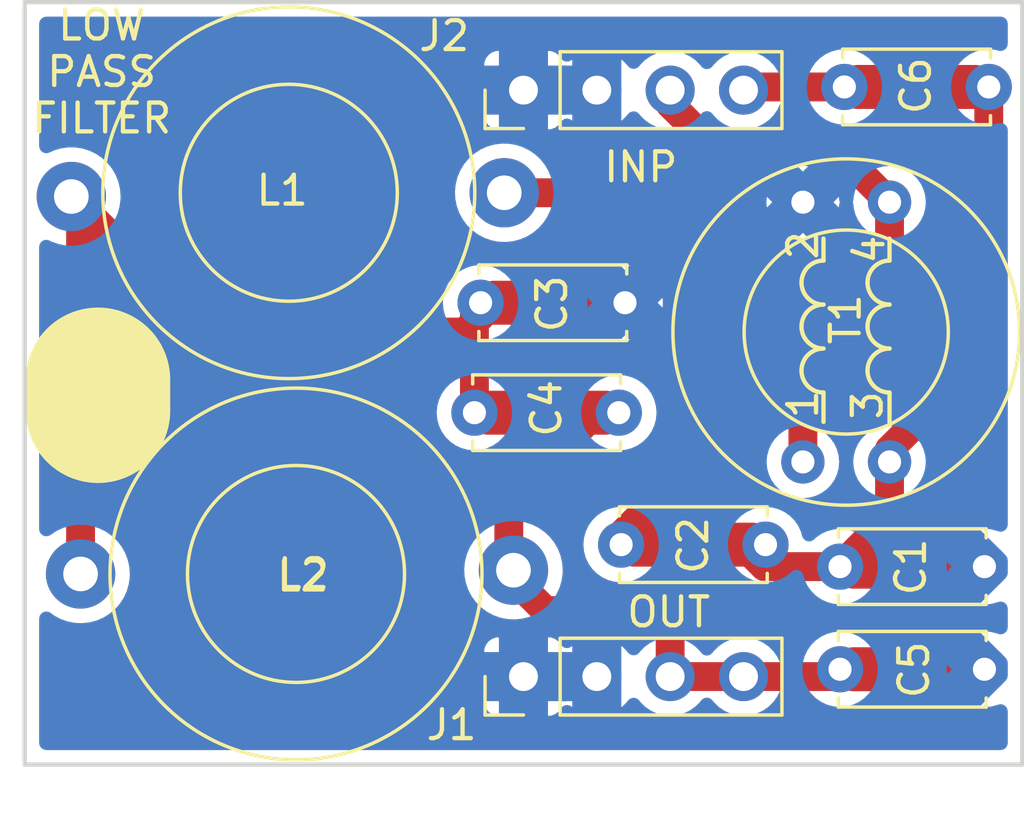
<source format=kicad_pcb>
(kicad_pcb (version 20211014) (generator pcbnew)
  (layers (0 "F.Cu" signal) (31 "B.Cu" signal) (34 "B.Paste" user) (35 "F.Paste" user) (36 "B.SilkS" user "B.Silkscreen") (37 "F.SilkS" user "F.Silkscreen") (38 "B.Mask" user) (39 "F.Mask" user) (44 "Edge.Cuts" user))
  (net 0 "")
  (net 1 "GND")
  (net 2 "Net-(C6-Pad2)")
  (net 3 "Net-(J2-Pad3)")
  (net 4 "Net-(C2-Pad1)")
  (net 5 "Net-(C2-Pad2)")
  (net 6 "Net-(L2-Pad1)")
  (net 7 "Net-(L2-Pad2)")
  (footprint "LowPassFilter:C_Disc_D5.0mm_W2.5mm_P5.00mm_Dual" (layer "F.Cu") (at 148.55 107.95 180)
    (fp_text reference "C1" (at 2.55 -0.01 90) (layer "F.SilkS"))
    (fp_text value "C1")
    (fp_line (start -0.06 0.996) (end -0.06 1.31) (layer "F.SilkS") (width 0.12))
    (fp_line (start 5.06 0.996) (end 5.06 1.31) (layer "F.SilkS") (width 0.12))
    (fp_line (start -0.06 -1.31) (end -0.06 -0.996) (layer "F.SilkS") (width 0.12))
    (fp_line (start 5.06 -1.31) (end 5.06 -0.996) (layer "F.SilkS") (width 0.12))
    (fp_line (start -0.06 -1.31) (end 5.06 -1.31) (layer "F.SilkS") (width 0.12))
    (fp_line (start -0.06 1.31) (end 5.06 1.31) (layer "F.SilkS") (width 0.12))
    (pad "1" smd roundrect (at 0.8 0 180) (size 1.524 1.524) (layers "F.Cu" "F.Paste" "F.Mask") (net 1 "GND"))
    (pad "1" thru_hole circle (at 0 0 180) (size 1.6 1.6) (drill 0.8) (layers *.Cu *.Mask) (net 1 "GND"))
    (pad "2" thru_hole circle (at 5 0 180) (size 1.6 1.6) (drill 0.8) (layers *.Cu *.Mask) (net 4 "Net-(C2-Pad1)"))
    (pad "2" smd roundrect (at 4.2 0 180) (size 1.524 1.524) (layers "F.Cu" "F.Paste" "F.Mask") (net 4 "Net-(C2-Pad1)"))
  )
  (footprint "LowPassFilter:C_Disc_D5.0mm_W2.5mm_P5.00mm_Dual" (layer "F.Cu") (at 140.97 107.188 180)
    (fp_text reference "C2" (at 2.51 -0.03 90) (layer "F.SilkS"))
    (fp_text value "C2")
    (fp_line (start -0.06 1.31) (end 5.06 1.31) (layer "F.SilkS") (width 0.12))
    (fp_line (start 5.06 0.996) (end 5.06 1.31) (layer "F.SilkS") (width 0.12))
    (fp_line (start -0.06 -1.31) (end 5.06 -1.31) (layer "F.SilkS") (width 0.12))
    (fp_line (start 5.06 -1.31) (end 5.06 -0.996) (layer "F.SilkS") (width 0.12))
    (fp_line (start -0.06 0.996) (end -0.06 1.31) (layer "F.SilkS") (width 0.12))
    (fp_line (start -0.06 -1.31) (end -0.06 -0.996) (layer "F.SilkS") (width 0.12))
    (pad "1" smd roundrect (at 0.8 0 180) (size 1.524 1.524) (layers "F.Cu" "F.Paste" "F.Mask") (net 4 "Net-(C2-Pad1)"))
    (pad "1" thru_hole circle (at 0 0 180) (size 1.6 1.6) (drill 0.8) (layers *.Cu *.Mask) (net 4 "Net-(C2-Pad1)"))
    (pad "2" smd roundrect (at 4.2 0 180) (size 1.524 1.524) (layers "F.Cu" "F.Paste" "F.Mask") (net 5 "Net-(C2-Pad2)"))
    (pad "2" thru_hole circle (at 5 0 180) (size 1.6 1.6) (drill 0.8) (layers *.Cu *.Mask) (net 5 "Net-(C2-Pad2)"))
  )
  (footprint "LowPassFilter:C_Disc_D5.0mm_W2.5mm_P5.00mm_Dual" (layer "F.Cu") (at 131.104 98.806)
    (fp_text reference "C3" (at 2.47 0.04 90) (layer "F.SilkS"))
    (fp_text value "C3")
    (fp_line (start -0.06 -1.31) (end 5.06 -1.31) (layer "F.SilkS") (width 0.12))
    (fp_line (start 5.06 -1.31) (end 5.06 -0.996) (layer "F.SilkS") (width 0.12))
    (fp_line (start -0.06 -1.31) (end -0.06 -0.996) (layer "F.SilkS") (width 0.12))
    (fp_line (start -0.06 0.996) (end -0.06 1.31) (layer "F.SilkS") (width 0.12))
    (fp_line (start -0.06 1.31) (end 5.06 1.31) (layer "F.SilkS") (width 0.12))
    (fp_line (start 5.06 0.996) (end 5.06 1.31) (layer "F.SilkS") (width 0.12))
    (pad "1" smd roundrect (at 0.8 0) (size 1.524 1.524) (layers "F.Cu" "F.Paste" "F.Mask") (net 6 "Net-(L2-Pad1)"))
    (pad "1" thru_hole circle (at 0 0) (size 1.6 1.6) (drill 0.8) (layers *.Cu *.Mask) (net 6 "Net-(L2-Pad1)"))
    (pad "2" thru_hole circle (at 5 0) (size 1.6 1.6) (drill 0.8) (layers *.Cu *.Mask) (net 1 "GND"))
    (pad "2" smd roundrect (at 4.2 0) (size 1.524 1.524) (layers "F.Cu" "F.Paste" "F.Mask") (net 1 "GND"))
  )
  (footprint "LowPassFilter:C_Disc_D5.0mm_W2.5mm_P5.00mm_Dual" (layer "F.Cu") (at 135.89 102.616 180)
    (fp_text reference "C4" (at 2.51 0.15 90) (layer "F.SilkS"))
    (fp_text value "C4")
    (fp_line (start -0.06 -1.31) (end 5.06 -1.31) (layer "F.SilkS") (width 0.12))
    (fp_line (start -0.06 1.31) (end 5.06 1.31) (layer "F.SilkS") (width 0.12))
    (fp_line (start -0.06 0.996) (end -0.06 1.31) (layer "F.SilkS") (width 0.12))
    (fp_line (start -0.06 -1.31) (end -0.06 -0.996) (layer "F.SilkS") (width 0.12))
    (fp_line (start 5.06 -1.31) (end 5.06 -0.996) (layer "F.SilkS") (width 0.12))
    (fp_line (start 5.06 0.996) (end 5.06 1.31) (layer "F.SilkS") (width 0.12))
    (pad "1" smd roundrect (at 0.8 0 180) (size 1.524 1.524) (layers "F.Cu" "F.Paste" "F.Mask") (net 7 "Net-(L2-Pad2)"))
    (pad "1" thru_hole circle (at 0 0 180) (size 1.6 1.6) (drill 0.8) (layers *.Cu *.Mask) (net 7 "Net-(L2-Pad2)"))
    (pad "2" thru_hole circle (at 5 0 180) (size 1.6 1.6) (drill 0.8) (layers *.Cu *.Mask) (net 6 "Net-(L2-Pad1)"))
    (pad "2" smd roundrect (at 4.2 0 180) (size 1.524 1.524) (layers "F.Cu" "F.Paste" "F.Mask") (net 6 "Net-(L2-Pad1)"))
  )
  (footprint "LowPassFilter:C_Disc_D5.0mm_W2.5mm_P5.00mm_Dual" (layer "F.Cu") (at 143.55 111.506)
    (fp_text reference "C5" (at 2.56 0.02 90) (layer "F.SilkS"))
    (fp_text value "C5")
    (fp_line (start -0.06 -1.31) (end -0.06 -0.996) (layer "F.SilkS") (width 0.12))
    (fp_line (start -0.06 0.996) (end -0.06 1.31) (layer "F.SilkS") (width 0.12))
    (fp_line (start -0.06 -1.31) (end 5.06 -1.31) (layer "F.SilkS") (width 0.12))
    (fp_line (start 5.06 -1.31) (end 5.06 -0.996) (layer "F.SilkS") (width 0.12))
    (fp_line (start -0.06 1.31) (end 5.06 1.31) (layer "F.SilkS") (width 0.12))
    (fp_line (start 5.06 0.996) (end 5.06 1.31) (layer "F.SilkS") (width 0.12))
    (pad "1" smd roundrect (at 0.8 0) (size 1.524 1.524) (layers "F.Cu" "F.Paste" "F.Mask") (net 7 "Net-(L2-Pad2)"))
    (pad "1" thru_hole circle (at 0 0) (size 1.6 1.6) (drill 0.8) (layers *.Cu *.Mask) (net 7 "Net-(L2-Pad2)"))
    (pad "2" thru_hole circle (at 5 0) (size 1.6 1.6) (drill 0.8) (layers *.Cu *.Mask) (net 1 "GND"))
    (pad "2" smd roundrect (at 4.2 0) (size 1.524 1.524) (layers "F.Cu" "F.Paste" "F.Mask") (net 1 "GND"))
  )
  (footprint "LowPassFilter:C_Disc_D5.0mm_W2.5mm_P5.00mm_Dual" (layer "F.Cu") (at 148.7 91.33 180)
    (fp_text reference "C6" (at 2.528 0.041 90) (layer "F.SilkS"))
    (fp_text value "C6")
    (fp_line (start -0.06 0.996) (end -0.06 1.31) (layer "F.SilkS") (width 0.12))
    (fp_line (start 5.06 -1.31) (end 5.06 -0.996) (layer "F.SilkS") (width 0.12))
    (fp_line (start 5.06 0.996) (end 5.06 1.31) (layer "F.SilkS") (width 0.12))
    (fp_line (start -0.06 1.31) (end 5.06 1.31) (layer "F.SilkS") (width 0.12))
    (fp_line (start -0.06 -1.31) (end 5.06 -1.31) (layer "F.SilkS") (width 0.12))
    (fp_line (start -0.06 -1.31) (end -0.06 -0.996) (layer "F.SilkS") (width 0.12))
    (pad "1" smd roundrect (at 0.8 0 180) (size 1.524 1.524) (layers "F.Cu" "F.Paste" "F.Mask") (net 4 "Net-(C2-Pad1)"))
    (pad "1" thru_hole circle (at 0 0 180) (size 1.6 1.6) (drill 0.8) (layers *.Cu *.Mask) (net 4 "Net-(C2-Pad1)"))
    (pad "2" smd roundrect (at 4.2 0 180) (size 1.524 1.524) (layers "F.Cu" "F.Paste" "F.Mask") (net 2 "Net-(C6-Pad2)"))
    (pad "2" thru_hole circle (at 5 0 180) (size 1.6 1.6) (drill 0.8) (layers *.Cu *.Mask) (net 2 "Net-(C6-Pad2)"))
  )
  (footprint "Pin_Headers:Pin_Header_Straight_1x04_Pitch2.54mm" (layer "F.Cu") (at 132.588 111.76 90)
    (fp_text reference "J1" (at -1.6764 -2.4892) (layer "F.SilkS"))
    (fp_text value "OUT")
    (fp_line (start -1.33 1.27) (end 1.33 1.27) (layer "F.SilkS") (width 0.12))
    (fp_line (start 1.33 1.27) (end 1.33 8.95) (layer "F.SilkS") (width 0.12))
    (fp_line (start -1.33 0) (end -1.33 -1.33) (layer "F.SilkS") (width 0.12))
    (fp_line (start -1.33 8.95) (end 1.33 8.95) (layer "F.SilkS") (width 0.12))
    (fp_line (start -1.33 -1.33) (end 0 -1.33) (layer "F.SilkS") (width 0.12))
    (fp_line (start -1.33 1.27) (end -1.33 8.95) (layer "F.SilkS") (width 0.12))
    (pad "1" thru_hole rect locked (at 0 0 90) (size 1.7 1.7) (drill 1) (layers *.Cu *.Mask) (net 1 "GND"))
    (pad "2" thru_hole oval locked (at 0 2.54 90) (size 1.7 1.7) (drill 1) (layers *.Cu *.Mask) (net 1 "GND"))
    (pad "3" thru_hole oval locked (at 0 5.08 90) (size 1.7 1.7) (drill 1) (layers *.Cu *.Mask) (net 7 "Net-(L2-Pad2)"))
    (pad "4" thru_hole oval locked (at 0 7.62 90) (size 1.7 1.7) (drill 1) (layers *.Cu *.Mask) (net 7 "Net-(L2-Pad2)"))
  )
  (footprint "Pin_Headers:Pin_Header_Straight_1x04_Pitch2.54mm" (layer "F.Cu") (at 132.588 91.44 90)
    (fp_text reference "J2" (at 1.8796 -2.7432) (layer "F.SilkS"))
    (fp_text value "INP")
    (fp_line (start -1.33 0) (end -1.33 -1.33) (layer "F.SilkS") (width 0.12))
    (fp_line (start -1.33 8.95) (end 1.33 8.95) (layer "F.SilkS") (width 0.12))
    (fp_line (start -1.33 1.27) (end 1.33 1.27) (layer "F.SilkS") (width 0.12))
    (fp_line (start -1.33 -1.33) (end 0 -1.33) (layer "F.SilkS") (width 0.12))
    (fp_line (start -1.33 1.27) (end -1.33 8.95) (layer "F.SilkS") (width 0.12))
    (fp_line (start 1.33 1.27) (end 1.33 8.95) (layer "F.SilkS") (width 0.12))
    (pad "1" thru_hole rect locked (at 0 0 90) (size 1.7 1.7) (drill 1) (layers *.Cu *.Mask) (net 1 "GND"))
    (pad "2" thru_hole oval locked (at 0 2.54 90) (size 1.7 1.7) (drill 1) (layers *.Cu *.Mask) (net 1 "GND"))
    (pad "3" thru_hole oval locked (at 0 5.08 90) (size 1.7 1.7) (drill 1) (layers *.Cu *.Mask) (net 3 "Net-(J2-Pad3)"))
    (pad "4" thru_hole oval locked (at 0 7.62 90) (size 1.7 1.7) (drill 1) (layers *.Cu *.Mask) (net 2 "Net-(C6-Pad2)"))
  )
  (footprint "LowPassFilter:L_Toroid_Horizontal_D12.7mm_Compact" (layer "F.Cu") (at 134.462 94.996 180)
    (fp_text reference "L1" (at 10.23 0.08) (layer "F.SilkS"))
    (fp_text value "L1")
    (fp_circle (center 10 0) (end 16.44 0) (layer "F.SilkS") (width 0.12) (fill none))
    (fp_circle (center 10 0) (end 13.7581 0) (layer "F.SilkS") (width 0.12) (fill none))
    (pad "1" thru_hole circle locked (at 2.54 0 180) (size 2.4 2.4) (drill 1.2) (layers *.Cu *.Mask) (net 5 "Net-(C2-Pad2)"))
    (pad "2" thru_hole circle locked (at 17.53 -0.13 180) (size 2.4 2.4) (drill 1.2) (layers *.Cu *.Mask) (net 6 "Net-(L2-Pad1)"))
  )
  (footprint "LowPassFilter:DoubleWindingTransformerHorizontal" (layer "F.Cu") (at 143.764 99.822 90)
    (fp_text reference "T1" (at 0.444 -0.024 90) (layer "F.SilkS"))
    (fp_text value "DoubleWindingTransformer")
    (fp_text user "1" (at -2.5 -1.5 90) (layer "F.SilkS"))
    (fp_text user "2" (at 3 -1.5 90) (layer "F.SilkS"))
    (fp_text user "3" (at -2.5405 0.738 90) (layer "F.SilkS"))
    (fp_text user "4" (at 2.857 0.8015 90) (layer "F.SilkS"))
    (fp_line (start -2.096 -0.786) (end -3.112 -0.786) (layer "F.SilkS") (width 0.15))
    (fp_line (start 2.476 -0.786) (end 3.238 -0.786) (layer "F.SilkS") (width 0.15))
    (fp_line (start -2.096 1.5) (end -3.112 1.5) (layer "F.SilkS") (width 0.15))
    (fp_line (start 2.476 1.5) (end 3.238 1.5) (layer "F.SilkS") (width 0.15))
    (fp_arc (start -0.572 1.5) (mid -0.348815 0.961185) (end 0.19 0.738) (layer "F.SilkS") (width 0.15))
    (fp_arc (start -1.334 -1.548) (mid -0.795185 -1.324815) (end -0.572 -0.786) (layer "F.SilkS") (width 0.15))
    (fp_arc (start -0.572 -0.786) (mid -0.348815 -1.324815) (end 0.19 -1.548) (layer "F.SilkS") (width 0.15))
    (fp_arc (start 0.19 0.738) (mid 0.728815 0.961185) (end 0.952 1.5) (layer "F.SilkS") (width 0.15))
    (fp_arc (start -2.096 -0.786) (mid -1.872815 -1.324815) (end -1.334 -1.548) (layer "F.SilkS") (width 0.15))
    (fp_arc (start 0.19 -1.548) (mid 0.728815 -1.324815) (end 0.952 -0.786) (layer "F.SilkS") (width 0.15))
    (fp_arc (start -1.334 0.738) (mid -0.795185 0.961185) (end -0.572 1.5) (layer "F.SilkS") (width 0.15))
    (fp_arc (start 1.714 -1.548) (mid 2.252815 -1.324815) (end 2.476 -0.786) (layer "F.SilkS") (width 0.15))
    (fp_arc (start 0.952 -0.786) (mid 1.175185 -1.324815) (end 1.714 -1.548) (layer "F.SilkS") (width 0.15))
    (fp_arc (start -2.096 1.5) (mid -1.872815 0.961185) (end -1.334 0.738) (layer "F.SilkS") (width 0.15))
    (fp_arc (start 1.714 0.738) (mid 2.252815 0.961185) (end 2.476 1.5) (layer "F.SilkS") (width 0.15))
    (fp_arc (start 0.952 1.5) (mid 1.175185 0.961185) (end 1.714 0.738) (layer "F.SilkS") (width 0.15))
    (fp_circle (center 0 0) (end 3.5 0.5) (layer "F.SilkS") (width 0.12) (fill none))
    (fp_circle (center 0 0) (end 6 0) (layer "F.SilkS") (width 0.12) (fill none))
    (pad "1" thru_hole circle (at -4.5 -1.5 90) (size 1.5 1.5) (drill 0.8) (layers *.Cu *.Mask) (net 3 "Net-(J2-Pad3)"))
    (pad "2" thru_hole circle (at 4.5 -1.5 90) (size 1.5 1.5) (drill 0.8) (layers *.Cu *.Mask) (net 1 "GND"))
    (pad "3" thru_hole circle (at -4.5 1.5 90) (size 1.5 1.5) (drill 0.8) (layers *.Cu *.Mask) (net 4 "Net-(C2-Pad1)"))
    (pad "4" thru_hole circle (at 4.5 1.5 90) (size 1.5 1.5) (drill 0.8) (layers *.Cu *.Mask) (net 3 "Net-(J2-Pad3)"))
  )
  (footprint "LowPassFilter:L_Toroid_Horizontal_D12.7mm_Compact" (layer "F.Cu") (at 114.712 108.204)
    (fp_text reference "L2" (at 10.23 0.08) (layer "F.SilkS"))
    (fp_text value "L2")
    (fp_circle (center 10 0) (end 13.7581 0) (layer "F.SilkS") (width 0.12) (fill none))
    (fp_circle (center 10 0) (end 16.44 0) (layer "F.SilkS") (width 0.12) (fill none))
    (pad "1" thru_hole circle locked (at 2.54 0) (size 2.4 2.4) (drill 1.2) (layers *.Cu *.Mask) (net 6 "Net-(L2-Pad1)"))
    (pad "2" thru_hole circle locked (at 17.53 -0.13) (size 2.4 2.4) (drill 1.2) (layers *.Cu *.Mask) (net 7 "Net-(L2-Pad2)"))
  )
  (gr_line (start 117.856 102.5525) (end 117.856 101.473) (layer "F.SilkS") (width 5))
  (gr_line (start 115.316 88.392) (end 149.86 88.392) (layer "Edge.Cuts") (width 0.15))
  (gr_line (start 149.86 114.808) (end 115.316 114.808) (layer "Edge.Cuts") (width 0.15))
  (gr_line (start 115.316 114.808) (end 115.316 88.392) (layer "Edge.Cuts") (width 0.15))
  (gr_line (start 149.86 88.392) (end 149.86 114.808) (layer "Edge.Cuts") (width 0.15))
  (gr_text "LOW\nPASS\nFILTER" (at 117.983 90.805) (layer "F.SilkS") (effects (font (size 1 1))))
  (gr_text "INP" (at 136.652 94.107) (layer "F.SilkS") (effects (font (size 1 1))))
  (gr_text "OUT" (at 137.6172 109.5248) (layer "F.SilkS") (effects (font (size 1 1))))
  (gr_text "L2" (at 124.968 108.204) (layer "F.SilkS") (effects (font (size 1 1))))
  (segment (start 140.318 91.33) (end 140.208 91.44) (width 1) (layer "F.Cu") (net 2))
  (segment (start 143.7 91.33) (end 140.318 91.33) (width 1) (layer "F.Cu") (net 2))
  (segment (start 142.264 99.872) (end 142.264 104.322) (width 1) (layer "F.Cu") (net 3))
  (segment (start 137.668 91.928) (end 137.668 91.44) (width 1) (layer "F.Cu") (net 3))
  (segment (start 145.264 95.322) (end 145.264 96.872) (width 1) (layer "F.Cu") (net 3))
  (segment (start 145.264 95.322) (end 143.482 93.54) (width 1) (layer "F.Cu") (net 3))
  (segment (start 139.28 93.54) (end 137.668 91.928) (width 1) (layer "F.Cu") (net 3))
  (segment (start 145.264 96.872) (end 142.264 99.872) (width 1) (layer "F.Cu") (net 3))
  (segment (start 143.482 93.54) (end 139.28 93.54) (width 1) (layer "F.Cu") (net 3))
  (segment (start 145.264 104.322) (end 145.264 106.236) (width 1) (layer "F.Cu") (net 4))
  (segment (start 143.55 107.95) (end 140.932 107.95) (width 1) (layer "F.Cu") (net 4))
  (segment (start 148.7 91.33) (end 148.7 100.45) (width 1) (layer "F.Cu") (net 4))
  (segment (start 145.264 106.236) (end 143.55 107.95) (width 1) (layer "F.Cu") (net 4))
  (segment (start 148.7 100.45) (end 145.264 103.886) (width 1) (layer "F.Cu") (net 4))
  (segment (start 140.932 107.95) (end 140.17 107.188) (width 1) (layer "F.Cu") (net 4))
  (segment (start 145.264 103.886) (end 145.264 104.322) (width 1) (layer "F.Cu") (net 4))
  (segment (start 137.922 104.902) (end 135.97 106.854) (width 1) (layer "F.Cu") (net 5))
  (segment (start 136.652 94.996) (end 137.922 96.266) (width 1) (layer "F.Cu") (net 5))
  (segment (start 131.922 94.996) (end 136.652 94.996) (width 1) (layer "F.Cu") (net 5))
  (segment (start 135.97 106.854) (end 135.97 107.188) (width 1) (layer "F.Cu") (net 5))
  (segment (start 137.922 96.266) (end 137.922 104.902) (width 1) (layer "F.Cu") (net 5))
  (segment (start 130.89 102.616) (end 130.89 99.02) (width 1) (layer "F.Cu") (net 6))
  (segment (start 117.252 95.446) (end 116.932 95.126) (width 1) (layer "F.Cu") (net 6))
  (segment (start 121.628 99.822) (end 130.556 99.822) (width 1) (layer "F.Cu") (net 6))
  (segment (start 131.104 99.274) (end 131.104 98.806) (width 1) (layer "F.Cu") (net 6))
  (segment (start 130.556 99.822) (end 131.104 99.274) (width 1) (layer "F.Cu") (net 6))
  (segment (start 116.932 95.126) (end 121.628 99.822) (width 1) (layer "F.Cu") (net 6))
  (segment (start 130.89 99.02) (end 131.104 98.806) (width 1) (layer "F.Cu") (net 6))
  (segment (start 117.252 108.204) (end 117.252 95.446) (width 1) (layer "F.Cu") (net 6))
  (segment (start 137.16 109.474) (end 137.668 109.982) (width 1) (layer "F.Cu") (net 7))
  (segment (start 137.668 109.982) (end 137.668 111.76) (width 1) (layer "F.Cu") (net 7))
  (segment (start 133.35 109.474) (end 137.16 109.474) (width 1) (layer "F.Cu") (net 7))
  (segment (start 137.668 111.76) (end 140.208 111.76) (width 1) (layer "F.Cu") (net 7))
  (segment (start 132.242 108.074) (end 132.242 108.366) (width 1) (layer "F.Cu") (net 7))
  (segment (start 140.208 111.76) (end 143.296 111.76) (width 1) (layer "F.Cu") (net 7))
  (segment (start 143.296 111.76) (end 143.55 111.506) (width 1) (layer "F.Cu") (net 7))
  (segment (start 135.09 102.616) (end 132.08 105.626) (width 1) (layer "F.Cu") (net 7))
  (segment (start 132.08 107.912) (end 132.242 108.074) (width 1) (layer "F.Cu") (net 7))
  (segment (start 132.242 108.366) (end 133.35 109.474) (width 1) (layer "F.Cu") (net 7))
  (segment (start 132.08 105.626) (end 132.08 107.912) (width 1) (layer "F.Cu") (net 7))
  (zone (net 1) (net_name "GND") (layer "B.Cu") (connect_pads (clearance 0.5)) (min_thickness 0.5) (fill yes (thermal_gap 0.508) (thermal_bridge_width 3))
    (polygon (pts (xy 149.86 114.808) (xy 115.316 114.808) (xy 115.316 88.392) (xy 149.86 88.392)))
  )
)
</source>
